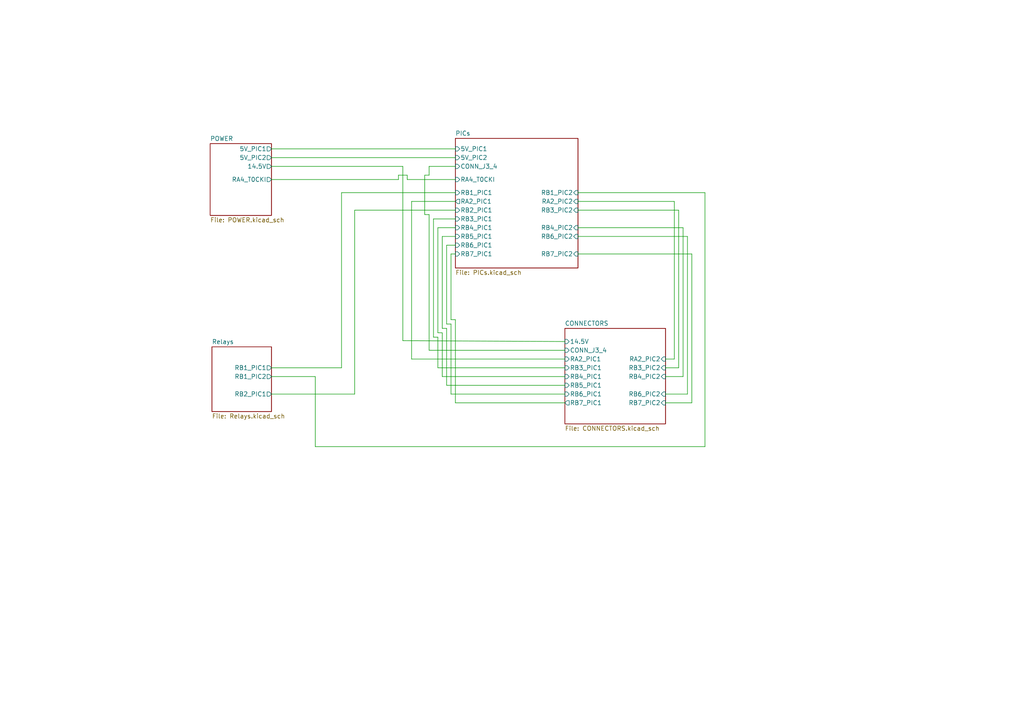
<source format=kicad_sch>
(kicad_sch
	(version 20250114)
	(generator "eeschema")
	(generator_version "9.0")
	(uuid "5608137a-e4aa-4fc5-a1c7-a13152d0b864")
	(paper "A4")
	(lib_symbols)
	(wire
		(pts
			(xy 199.39 114.3) (xy 193.04 114.3)
		)
		(stroke
			(width 0)
			(type default)
		)
		(uuid "09a0d1b1-9372-4eeb-840a-d14b87e10b25")
	)
	(wire
		(pts
			(xy 91.44 129.54) (xy 91.44 109.22)
		)
		(stroke
			(width 0)
			(type default)
		)
		(uuid "0e0b2445-923f-41d5-b08d-d0567e1b81d1")
	)
	(wire
		(pts
			(xy 167.64 58.42) (xy 195.58 58.42)
		)
		(stroke
			(width 0)
			(type default)
		)
		(uuid "1797ab71-b0c4-4fcb-bc08-de1244258f3e")
	)
	(wire
		(pts
			(xy 167.64 66.04) (xy 198.12 66.04)
		)
		(stroke
			(width 0)
			(type default)
		)
		(uuid "19a53a68-931d-4a83-b96f-1eeb1dd663d9")
	)
	(wire
		(pts
			(xy 132.08 92.71) (xy 132.08 116.84)
		)
		(stroke
			(width 0)
			(type default)
		)
		(uuid "2810220b-c583-47bd-95e9-a3fb978120b1")
	)
	(wire
		(pts
			(xy 132.08 68.58) (xy 128.27 68.58)
		)
		(stroke
			(width 0)
			(type default)
		)
		(uuid "2b46cfef-06d4-4186-8f12-08eec79ac0d7")
	)
	(wire
		(pts
			(xy 129.54 95.25) (xy 129.54 111.76)
		)
		(stroke
			(width 0)
			(type default)
		)
		(uuid "2b98bb25-46ff-457b-9283-886549ca9a05")
	)
	(wire
		(pts
			(xy 204.47 55.88) (xy 204.47 129.54)
		)
		(stroke
			(width 0)
			(type default)
		)
		(uuid "2e2259ee-02d0-4cfd-97a3-b4204b32208f")
	)
	(wire
		(pts
			(xy 167.64 73.66) (xy 200.66 73.66)
		)
		(stroke
			(width 0)
			(type default)
		)
		(uuid "30026976-bbb0-4c67-88d8-e910db1d0b3a")
	)
	(wire
		(pts
			(xy 167.64 55.88) (xy 204.47 55.88)
		)
		(stroke
			(width 0)
			(type default)
		)
		(uuid "323b59c4-7c73-43ef-83bd-7fc208922134")
	)
	(wire
		(pts
			(xy 118.11 50.8) (xy 118.11 52.07)
		)
		(stroke
			(width 0)
			(type default)
		)
		(uuid "37bad199-14a6-4ab4-8063-e4cc2d176544")
	)
	(wire
		(pts
			(xy 130.81 93.98) (xy 130.81 114.3)
		)
		(stroke
			(width 0)
			(type default)
		)
		(uuid "3a3d9e10-266c-4ea9-ab33-00ec13d978d2")
	)
	(wire
		(pts
			(xy 124.46 50.8) (xy 123.19 50.8)
		)
		(stroke
			(width 0)
			(type default)
		)
		(uuid "3ba2f7d1-d34a-40ba-a4a7-2d7d05fa11ec")
	)
	(wire
		(pts
			(xy 99.06 55.88) (xy 132.08 55.88)
		)
		(stroke
			(width 0)
			(type default)
		)
		(uuid "3ddfbdbc-c896-4f7c-ae3b-72c0519ea823")
	)
	(wire
		(pts
			(xy 204.47 129.54) (xy 91.44 129.54)
		)
		(stroke
			(width 0)
			(type default)
		)
		(uuid "4c10fb08-dcc3-4b0f-af4e-4a9ae369f522")
	)
	(wire
		(pts
			(xy 91.44 109.22) (xy 78.74 109.22)
		)
		(stroke
			(width 0)
			(type default)
		)
		(uuid "4dc211aa-4833-4300-9b2d-28a2acb3725d")
	)
	(wire
		(pts
			(xy 195.58 104.14) (xy 193.04 104.14)
		)
		(stroke
			(width 0)
			(type default)
		)
		(uuid "507688fa-1fb3-4d8e-9411-ee39d99d1920")
	)
	(wire
		(pts
			(xy 132.08 116.84) (xy 163.83 116.84)
		)
		(stroke
			(width 0)
			(type default)
		)
		(uuid "50b71f8d-3bd7-4578-9065-c8a3a9012751")
	)
	(wire
		(pts
			(xy 115.57 50.8) (xy 118.11 50.8)
		)
		(stroke
			(width 0)
			(type default)
		)
		(uuid "52e8181f-d5f7-40fd-8781-abdeb48b48df")
	)
	(wire
		(pts
			(xy 102.87 114.3) (xy 78.74 114.3)
		)
		(stroke
			(width 0)
			(type default)
		)
		(uuid "5d0e36e5-f0a9-464d-ba05-d7b5453d9c7e")
	)
	(wire
		(pts
			(xy 196.85 106.68) (xy 193.04 106.68)
		)
		(stroke
			(width 0)
			(type default)
		)
		(uuid "605b7628-6f45-467d-8fa0-292ab894ff8d")
	)
	(wire
		(pts
			(xy 167.64 68.58) (xy 199.39 68.58)
		)
		(stroke
			(width 0)
			(type default)
		)
		(uuid "6071f328-d9af-44f8-b4c1-e6a4c5e12ebc")
	)
	(wire
		(pts
			(xy 119.38 104.14) (xy 163.83 104.14)
		)
		(stroke
			(width 0)
			(type default)
		)
		(uuid "60a68ebd-61f7-4ebd-9c33-14b9998e628d")
	)
	(wire
		(pts
			(xy 78.74 106.68) (xy 99.06 106.68)
		)
		(stroke
			(width 0)
			(type default)
		)
		(uuid "62b9c189-da5b-4c83-997b-367fc1db792c")
	)
	(wire
		(pts
			(xy 198.12 109.22) (xy 193.04 109.22)
		)
		(stroke
			(width 0)
			(type default)
		)
		(uuid "632eb8e8-80a0-4752-8ad0-b05ed106527b")
	)
	(wire
		(pts
			(xy 129.54 111.76) (xy 163.83 111.76)
		)
		(stroke
			(width 0)
			(type default)
		)
		(uuid "66181260-9929-4cb6-acf0-cfb340701bb2")
	)
	(wire
		(pts
			(xy 128.27 109.22) (xy 163.83 109.22)
		)
		(stroke
			(width 0)
			(type default)
		)
		(uuid "6881455b-836b-48c8-a131-2084d0b43949")
	)
	(wire
		(pts
			(xy 125.73 63.5) (xy 125.73 97.79)
		)
		(stroke
			(width 0)
			(type default)
		)
		(uuid "7516f266-6538-4a95-8de2-e3dc363f429e")
	)
	(wire
		(pts
			(xy 130.81 73.66) (xy 130.81 92.71)
		)
		(stroke
			(width 0)
			(type default)
		)
		(uuid "75cfa34a-0bd4-47ec-854d-3547168d7a11")
	)
	(wire
		(pts
			(xy 115.57 52.07) (xy 115.57 50.8)
		)
		(stroke
			(width 0)
			(type default)
		)
		(uuid "77b53c92-3856-411a-bcc4-2a495c14a6ca")
	)
	(wire
		(pts
			(xy 123.19 50.8) (xy 123.19 62.23)
		)
		(stroke
			(width 0)
			(type default)
		)
		(uuid "7a650c85-8b6b-410d-83b1-4261031fcb97")
	)
	(wire
		(pts
			(xy 118.11 52.07) (xy 132.08 52.07)
		)
		(stroke
			(width 0)
			(type default)
		)
		(uuid "7cbcae12-b917-4099-b6f0-fd5ed2acf1ac")
	)
	(wire
		(pts
			(xy 99.06 106.68) (xy 99.06 55.88)
		)
		(stroke
			(width 0)
			(type default)
		)
		(uuid "7e3aef76-da69-475e-9fce-756d7f6c022a")
	)
	(wire
		(pts
			(xy 128.27 95.25) (xy 129.54 95.25)
		)
		(stroke
			(width 0)
			(type default)
		)
		(uuid "7eb01e22-efab-4a11-98e2-3e275b375b09")
	)
	(wire
		(pts
			(xy 78.74 52.07) (xy 115.57 52.07)
		)
		(stroke
			(width 0)
			(type default)
		)
		(uuid "822e1ecd-eb90-4ef1-9e2d-cb41da2405d0")
	)
	(wire
		(pts
			(xy 128.27 96.52) (xy 128.27 109.22)
		)
		(stroke
			(width 0)
			(type default)
		)
		(uuid "84016193-e73e-4db6-bbae-2b1a21d3e837")
	)
	(wire
		(pts
			(xy 123.19 62.23) (xy 124.46 62.23)
		)
		(stroke
			(width 0)
			(type default)
		)
		(uuid "8548bd75-1c3d-4a3c-a581-cc9829448da2")
	)
	(wire
		(pts
			(xy 119.38 58.42) (xy 119.38 104.14)
		)
		(stroke
			(width 0)
			(type default)
		)
		(uuid "8c45b7b4-6ff9-4785-b17e-bc080ed2be6b")
	)
	(wire
		(pts
			(xy 124.46 62.23) (xy 124.46 101.6)
		)
		(stroke
			(width 0)
			(type default)
		)
		(uuid "91ae538d-c374-4d4a-a5b2-fc03174840af")
	)
	(wire
		(pts
			(xy 130.81 92.71) (xy 132.08 92.71)
		)
		(stroke
			(width 0)
			(type default)
		)
		(uuid "91cc62ae-29eb-498c-8aec-eebeebad105a")
	)
	(wire
		(pts
			(xy 132.08 73.66) (xy 130.81 73.66)
		)
		(stroke
			(width 0)
			(type default)
		)
		(uuid "9bf6d76c-3dff-4261-ae41-36f4085cc6c9")
	)
	(wire
		(pts
			(xy 78.74 43.18) (xy 132.08 43.18)
		)
		(stroke
			(width 0)
			(type default)
		)
		(uuid "a06f8791-2783-4403-b015-1f4dccda0633")
	)
	(wire
		(pts
			(xy 124.46 101.6) (xy 163.83 101.6)
		)
		(stroke
			(width 0)
			(type default)
		)
		(uuid "a2a43d86-cf95-417c-82db-de309da1d77c")
	)
	(wire
		(pts
			(xy 132.08 63.5) (xy 125.73 63.5)
		)
		(stroke
			(width 0)
			(type default)
		)
		(uuid "a3228f14-363c-4e6e-90ed-6c5f79e59711")
	)
	(wire
		(pts
			(xy 132.08 48.26) (xy 124.46 48.26)
		)
		(stroke
			(width 0)
			(type default)
		)
		(uuid "a3396ff0-bf5b-4dea-9af1-ebaa34ef3b16")
	)
	(wire
		(pts
			(xy 116.84 48.26) (xy 116.84 98.806)
		)
		(stroke
			(width 0)
			(type default)
		)
		(uuid "a9f91599-fed0-4a39-834b-ebed5954fd3f")
	)
	(wire
		(pts
			(xy 78.74 48.26) (xy 116.84 48.26)
		)
		(stroke
			(width 0)
			(type default)
		)
		(uuid "ac47e1aa-34c1-4061-8487-d2f7eba507d8")
	)
	(wire
		(pts
			(xy 127 96.52) (xy 128.27 96.52)
		)
		(stroke
			(width 0)
			(type default)
		)
		(uuid "b2d6bc78-3cc2-4672-a232-c0546ce3bdbf")
	)
	(wire
		(pts
			(xy 116.84 98.806) (xy 163.83 99.06)
		)
		(stroke
			(width 0)
			(type default)
		)
		(uuid "b346e17e-525e-4c97-bbe6-bef3425bac44")
	)
	(wire
		(pts
			(xy 198.12 66.04) (xy 198.12 109.22)
		)
		(stroke
			(width 0)
			(type default)
		)
		(uuid "b91e5e9b-3b0e-4c5f-94fa-0b5e4b7d26b5")
	)
	(wire
		(pts
			(xy 125.73 97.79) (xy 127 97.79)
		)
		(stroke
			(width 0)
			(type default)
		)
		(uuid "bd751a0b-157d-4f04-a407-ef5b7992cb36")
	)
	(wire
		(pts
			(xy 200.66 73.66) (xy 200.66 116.84)
		)
		(stroke
			(width 0)
			(type default)
		)
		(uuid "c2b91e89-d30e-4bb6-ad16-adf661a6f703")
	)
	(wire
		(pts
			(xy 102.87 60.96) (xy 102.87 114.3)
		)
		(stroke
			(width 0)
			(type default)
		)
		(uuid "c3a99be6-f5b2-4466-a5ea-fca39923e316")
	)
	(wire
		(pts
			(xy 127 106.68) (xy 163.83 106.68)
		)
		(stroke
			(width 0)
			(type default)
		)
		(uuid "c6c223ae-736d-43dc-9d15-ff8fcfa241e0")
	)
	(wire
		(pts
			(xy 196.85 60.96) (xy 196.85 106.68)
		)
		(stroke
			(width 0)
			(type default)
		)
		(uuid "c9fa4982-7bac-4a96-be76-1e8e91723fed")
	)
	(wire
		(pts
			(xy 132.08 71.12) (xy 129.54 71.12)
		)
		(stroke
			(width 0)
			(type default)
		)
		(uuid "ca05ba92-02bc-45ae-83a4-2289fd6d04d3")
	)
	(wire
		(pts
			(xy 130.81 114.3) (xy 163.83 114.3)
		)
		(stroke
			(width 0)
			(type default)
		)
		(uuid "d4113f26-8543-4df8-8e99-aeda149cf472")
	)
	(wire
		(pts
			(xy 129.54 93.98) (xy 130.81 93.98)
		)
		(stroke
			(width 0)
			(type default)
		)
		(uuid "d55b9108-12e8-43d4-9b4c-837818f30908")
	)
	(wire
		(pts
			(xy 199.39 68.58) (xy 199.39 114.3)
		)
		(stroke
			(width 0)
			(type default)
		)
		(uuid "d74d10b5-df8e-41ad-b702-82e6d7be72e9")
	)
	(wire
		(pts
			(xy 195.58 58.42) (xy 195.58 104.14)
		)
		(stroke
			(width 0)
			(type default)
		)
		(uuid "dfb0657f-d8b8-4e7e-a6c9-c83ee7b6fc54")
	)
	(wire
		(pts
			(xy 129.54 71.12) (xy 129.54 93.98)
		)
		(stroke
			(width 0)
			(type default)
		)
		(uuid "e6b9500d-bdc8-4042-b2d2-6a932ba8382c")
	)
	(wire
		(pts
			(xy 124.46 48.26) (xy 124.46 50.8)
		)
		(stroke
			(width 0)
			(type default)
		)
		(uuid "e798a4bb-160f-4a9b-b188-bca84bf81b59")
	)
	(wire
		(pts
			(xy 132.08 60.96) (xy 102.87 60.96)
		)
		(stroke
			(width 0)
			(type default)
		)
		(uuid "e7cfc8c9-6e0d-4afc-9212-60829123d451")
	)
	(wire
		(pts
			(xy 200.66 116.84) (xy 193.04 116.84)
		)
		(stroke
			(width 0)
			(type default)
		)
		(uuid "e8592e01-5a1f-488a-a045-97e9e4594636")
	)
	(wire
		(pts
			(xy 132.08 58.42) (xy 119.38 58.42)
		)
		(stroke
			(width 0)
			(type default)
		)
		(uuid "ee73b2f7-a742-4701-9882-b6faef3c0e71")
	)
	(wire
		(pts
			(xy 127 97.79) (xy 127 106.68)
		)
		(stroke
			(width 0)
			(type default)
		)
		(uuid "ef33aac2-4423-4811-91de-8220c874ce6f")
	)
	(wire
		(pts
			(xy 167.64 60.96) (xy 196.85 60.96)
		)
		(stroke
			(width 0)
			(type default)
		)
		(uuid "f02d11a0-508d-4ac6-ae9c-a03ac49d299a")
	)
	(wire
		(pts
			(xy 128.27 68.58) (xy 128.27 95.25)
		)
		(stroke
			(width 0)
			(type default)
		)
		(uuid "f3660f75-02ce-4f80-9444-138f2ffb176a")
	)
	(wire
		(pts
			(xy 78.74 45.72) (xy 132.08 45.72)
		)
		(stroke
			(width 0)
			(type default)
		)
		(uuid "fb5b6067-e852-4ae2-81cc-429d56b6f485")
	)
	(wire
		(pts
			(xy 132.08 66.04) (xy 127 66.04)
		)
		(stroke
			(width 0)
			(type default)
		)
		(uuid "fddbfbb2-2b49-43d0-977f-f9a0002ef1f0")
	)
	(wire
		(pts
			(xy 127 66.04) (xy 127 96.52)
		)
		(stroke
			(width 0)
			(type default)
		)
		(uuid "ffe06776-610f-4f07-a572-0cc8145803c6")
	)
	(sheet
		(at 61.468 100.584)
		(size 17.272 18.796)
		(exclude_from_sim no)
		(in_bom yes)
		(on_board yes)
		(dnp no)
		(fields_autoplaced yes)
		(stroke
			(width 0.1524)
			(type solid)
		)
		(fill
			(color 0 0 0 0.0000)
		)
		(uuid "b81b2d94-1e34-4e7a-a495-c468ec4a4433")
		(property "Sheetname" "Relays"
			(at 61.468 99.8724 0)
			(effects
				(font
					(size 1.27 1.27)
				)
				(justify left bottom)
			)
		)
		(property "Sheetfile" "Relays.kicad_sch"
			(at 61.468 119.9646 0)
			(effects
				(font
					(size 1.27 1.27)
				)
				(justify left top)
			)
		)
		(pin "RB1_PIC1" output
			(at 78.74 106.68 0)
			(uuid "0d92a5ea-fc26-4bec-b27a-a837a7cbb696")
			(effects
				(font
					(size 1.27 1.27)
				)
				(justify right)
			)
		)
		(pin "RB1_PIC2" output
			(at 78.74 109.22 0)
			(uuid "366b15d1-ebb6-45f6-8a79-2fa78545bcb9")
			(effects
				(font
					(size 1.27 1.27)
				)
				(justify right)
			)
		)
		(pin "RB2_PIC1" output
			(at 78.74 114.3 0)
			(uuid "b4580baa-1510-4cbb-b404-49f7f88a1638")
			(effects
				(font
					(size 1.27 1.27)
				)
				(justify right)
			)
		)
		(instances
			(project "GraduateProject"
				(path "/5608137a-e4aa-4fc5-a1c7-a13152d0b864"
					(page "2")
				)
			)
		)
	)
	(sheet
		(at 163.83 95.25)
		(size 29.21 27.686)
		(exclude_from_sim no)
		(in_bom yes)
		(on_board yes)
		(dnp no)
		(fields_autoplaced yes)
		(stroke
			(width 0.1524)
			(type solid)
		)
		(fill
			(color 0 0 0 0.0000)
		)
		(uuid "c6b08508-98ca-4285-af8b-bd66e883072e")
		(property "Sheetname" "CONNECTORS"
			(at 163.83 94.5384 0)
			(effects
				(font
					(size 1.27 1.27)
				)
				(justify left bottom)
			)
		)
		(property "Sheetfile" "CONNECTORS.kicad_sch"
			(at 163.83 123.5206 0)
			(effects
				(font
					(size 1.27 1.27)
				)
				(justify left top)
			)
		)
		(pin "14.5V" input
			(at 163.83 99.06 180)
			(uuid "bd0102e9-5e3c-4797-9df3-46f22ea9ea83")
			(effects
				(font
					(size 1.27 1.27)
				)
				(justify left)
			)
		)
		(pin "CONN_J3_4" input
			(at 163.83 101.6 180)
			(uuid "1972693c-aaef-43ca-b153-45715f5d65e4")
			(effects
				(font
					(size 1.27 1.27)
				)
				(justify left)
			)
		)
		(pin "RA2_PIC1" input
			(at 163.83 104.14 180)
			(uuid "c5550fad-c32c-440a-809b-79815a231fe8")
			(effects
				(font
					(size 1.27 1.27)
				)
				(justify left)
			)
		)
		(pin "RA2_PIC2" input
			(at 193.04 104.14 0)
			(uuid "fbe0a288-d80b-45da-b7a2-2ce28d260bc4")
			(effects
				(font
					(size 1.27 1.27)
				)
				(justify right)
			)
		)
		(pin "RB3_PIC1" input
			(at 163.83 106.68 180)
			(uuid "3cedc0e8-039a-4b50-819b-2dd4b8ed06ec")
			(effects
				(font
					(size 1.27 1.27)
				)
				(justify left)
			)
		)
		(pin "RB3_PIC2" input
			(at 193.04 106.68 0)
			(uuid "204e5dd0-1234-452a-be58-e67440059437")
			(effects
				(font
					(size 1.27 1.27)
				)
				(justify right)
			)
		)
		(pin "RB4_PIC1" input
			(at 163.83 109.22 180)
			(uuid "3302ceb6-4a13-45da-b588-7cbcbb98d2ce")
			(effects
				(font
					(size 1.27 1.27)
				)
				(justify left)
			)
		)
		(pin "RB4_PIC2" input
			(at 193.04 109.22 0)
			(uuid "ccbeaaa1-9daa-4a0b-a84d-228ff8baf540")
			(effects
				(font
					(size 1.27 1.27)
				)
				(justify right)
			)
		)
		(pin "RB5_PIC1" input
			(at 163.83 111.76 180)
			(uuid "905154b2-719d-438a-addb-41bd34ce2f01")
			(effects
				(font
					(size 1.27 1.27)
				)
				(justify left)
			)
		)
		(pin "RB6_PIC1" input
			(at 163.83 114.3 180)
			(uuid "d378bfeb-72b8-46b1-8512-909b23372bb6")
			(effects
				(font
					(size 1.27 1.27)
				)
				(justify left)
			)
		)
		(pin "RB6_PIC2" input
			(at 193.04 114.3 0)
			(uuid "eab3acd7-0bab-4d74-90d3-aa85071b9a8f")
			(effects
				(font
					(size 1.27 1.27)
				)
				(justify right)
			)
		)
		(pin "RB7_PIC1" output
			(at 163.83 116.84 180)
			(uuid "561bdb5d-e77b-447e-8d9d-65c0c9de9125")
			(effects
				(font
					(size 1.27 1.27)
				)
				(justify left)
			)
		)
		(pin "RB7_PIC2" input
			(at 193.04 116.84 0)
			(uuid "a39db84b-6a24-41b6-bd6f-2e78b9a73821")
			(effects
				(font
					(size 1.27 1.27)
				)
				(justify right)
			)
		)
		(instances
			(project "GraduateProject"
				(path "/5608137a-e4aa-4fc5-a1c7-a13152d0b864"
					(page "5")
				)
			)
		)
	)
	(sheet
		(at 132.08 40.132)
		(size 35.56 37.592)
		(exclude_from_sim no)
		(in_bom yes)
		(on_board yes)
		(dnp no)
		(fields_autoplaced yes)
		(stroke
			(width 0.1524)
			(type solid)
		)
		(fill
			(color 0 0 0 0.0000)
		)
		(uuid "d6c4ba18-c1bf-4485-9dc0-9fe92f23a10e")
		(property "Sheetname" "PICs"
			(at 132.08 39.4204 0)
			(effects
				(font
					(size 1.27 1.27)
				)
				(justify left bottom)
			)
		)
		(property "Sheetfile" "PICs.kicad_sch"
			(at 132.08 78.3086 0)
			(effects
				(font
					(size 1.27 1.27)
				)
				(justify left top)
			)
		)
		(pin "5V_PIC1" input
			(at 132.08 43.18 180)
			(uuid "d340c8e7-6a10-4589-8d21-db18dd4fea40")
			(effects
				(font
					(size 1.27 1.27)
				)
				(justify left)
			)
		)
		(pin "5V_PIC2" input
			(at 132.08 45.72 180)
			(uuid "da5a9d76-fc29-42b0-8b50-4ccf3caf49ab")
			(effects
				(font
					(size 1.27 1.27)
				)
				(justify left)
			)
		)
		(pin "CONN_J3_4" input
			(at 132.08 48.26 180)
			(uuid "2c08c8c6-6735-4c3a-b08e-acbaba8676e5")
			(effects
				(font
					(size 1.27 1.27)
				)
				(justify left)
			)
		)
		(pin "RA2_PIC1" output
			(at 132.08 58.42 180)
			(uuid "fe7009f8-578f-4350-bcd4-c1e1149d6e1e")
			(effects
				(font
					(size 1.27 1.27)
				)
				(justify left)
			)
		)
		(pin "RA2_PIC2" input
			(at 167.64 58.42 0)
			(uuid "7fbcbda1-c6ec-46a6-aece-2b400ba37a16")
			(effects
				(font
					(size 1.27 1.27)
				)
				(justify right)
			)
		)
		(pin "RA4_T0CKI" input
			(at 132.08 52.07 180)
			(uuid "bd63eb1b-2e19-46f7-84f9-687c8281b667")
			(effects
				(font
					(size 1.27 1.27)
				)
				(justify left)
			)
		)
		(pin "RB1_PIC1" input
			(at 132.08 55.88 180)
			(uuid "0782ed62-9adb-4861-a1b5-164f5c228063")
			(effects
				(font
					(size 1.27 1.27)
				)
				(justify left)
			)
		)
		(pin "RB1_PIC2" input
			(at 167.64 55.88 0)
			(uuid "44e6fc9f-d57c-4de7-afbe-19943139c9cc")
			(effects
				(font
					(size 1.27 1.27)
				)
				(justify right)
			)
		)
		(pin "RB2_PIC1" input
			(at 132.08 60.96 180)
			(uuid "1e0402f0-67e9-4f6a-bca1-2fd247b0184a")
			(effects
				(font
					(size 1.27 1.27)
				)
				(justify left)
			)
		)
		(pin "RB3_PIC1" input
			(at 132.08 63.5 180)
			(uuid "d0a838c8-671c-4e5f-8643-1c8ffeba7f6f")
			(effects
				(font
					(size 1.27 1.27)
				)
				(justify left)
			)
		)
		(pin "RB3_PIC2" input
			(at 167.64 60.96 0)
			(uuid "96495be8-151f-4355-a907-d98b901562e3")
			(effects
				(font
					(size 1.27 1.27)
				)
				(justify right)
			)
		)
		(pin "RB4_PIC1" input
			(at 132.08 66.04 180)
			(uuid "458b72ba-b459-471e-aca3-144c4d609d61")
			(effects
				(font
					(size 1.27 1.27)
				)
				(justify left)
			)
		)
		(pin "RB4_PIC2" input
			(at 167.64 66.04 0)
			(uuid "202dfc79-9d6e-41f4-aa4c-aeeb6ac60abd")
			(effects
				(font
					(size 1.27 1.27)
				)
				(justify right)
			)
		)
		(pin "RB5_PIC1" input
			(at 132.08 68.58 180)
			(uuid "97b0c6b7-e19d-4258-b7f4-b01b9712fae4")
			(effects
				(font
					(size 1.27 1.27)
				)
				(justify left)
			)
		)
		(pin "RB6_PIC1" input
			(at 132.08 71.12 180)
			(uuid "c83222b5-5658-4b3c-8c5a-bde9b6ddce71")
			(effects
				(font
					(size 1.27 1.27)
				)
				(justify left)
			)
		)
		(pin "RB6_PIC2" input
			(at 167.64 68.58 0)
			(uuid "4e72c80d-04a7-4cd0-b871-f2bd56254e80")
			(effects
				(font
					(size 1.27 1.27)
				)
				(justify right)
			)
		)
		(pin "RB7_PIC1" input
			(at 132.08 73.66 180)
			(uuid "09c1c391-e25d-434d-b846-deee2a211bda")
			(effects
				(font
					(size 1.27 1.27)
				)
				(justify left)
			)
		)
		(pin "RB7_PIC2" input
			(at 167.64 73.66 0)
			(uuid "f3fba3b6-4450-492e-8b91-3432161ee512")
			(effects
				(font
					(size 1.27 1.27)
				)
				(justify right)
			)
		)
		(instances
			(project "GraduateProject"
				(path "/5608137a-e4aa-4fc5-a1c7-a13152d0b864"
					(page "4")
				)
			)
		)
	)
	(sheet
		(at 60.96 41.656)
		(size 17.78 20.828)
		(exclude_from_sim no)
		(in_bom yes)
		(on_board yes)
		(dnp no)
		(fields_autoplaced yes)
		(stroke
			(width 0.1524)
			(type solid)
		)
		(fill
			(color 0 0 0 0.0000)
		)
		(uuid "de7250b6-5542-41da-b336-1d929c24525c")
		(property "Sheetname" "POWER"
			(at 60.96 40.9444 0)
			(effects
				(font
					(size 1.27 1.27)
				)
				(justify left bottom)
			)
		)
		(property "Sheetfile" "POWER.kicad_sch"
			(at 60.96 63.0686 0)
			(effects
				(font
					(size 1.27 1.27)
				)
				(justify left top)
			)
		)
		(pin "5V_PIC1" output
			(at 78.74 43.18 0)
			(uuid "c560f7cf-202b-44e6-9d98-9578148dea56")
			(effects
				(font
					(size 1.27 1.27)
				)
				(justify right)
			)
		)
		(pin "5V_PIC2" output
			(at 78.74 45.72 0)
			(uuid "6652adba-2695-4b2e-8009-c22a8c1cf2cb")
			(effects
				(font
					(size 1.27 1.27)
				)
				(justify right)
			)
		)
		(pin "14.5V" output
			(at 78.74 48.26 0)
			(uuid "d89a7567-eda5-4c00-801c-034382dc2b57")
			(effects
				(font
					(size 1.27 1.27)
				)
				(justify right)
			)
		)
		(pin "RA4_T0CKI" output
			(at 78.74 52.07 0)
			(uuid "7d867b61-1905-4169-bf4c-333322bba8df")
			(effects
				(font
					(size 1.27 1.27)
				)
				(justify right)
			)
		)
		(instances
			(project "GraduateProject"
				(path "/5608137a-e4aa-4fc5-a1c7-a13152d0b864"
					(page "3")
				)
			)
		)
	)
	(sheet_instances
		(path "/"
			(page "1")
		)
	)
	(embedded_fonts no)
)

</source>
